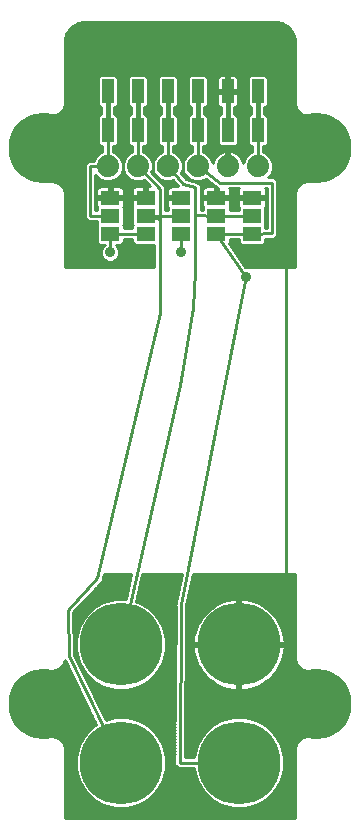
<source format=gbl>
G75*
%MOIN*%
%OFA0B0*%
%FSLAX24Y24*%
%IPPOS*%
%LPD*%
%AMOC8*
5,1,8,0,0,1.08239X$1,22.5*
%
%ADD10C,0.2756*%
%ADD11C,0.0740*%
%ADD12C,0.0160*%
%ADD13R,0.0394X0.0787*%
%ADD14R,0.0630X0.0460*%
%ADD15OC8,0.0660*%
%ADD16C,0.0100*%
%ADD17C,0.2362*%
%ADD18C,0.0357*%
D10*
X004874Y003300D03*
X004874Y007237D03*
X008811Y007237D03*
X008811Y003300D03*
D11*
X008441Y023181D03*
X007441Y023181D03*
X006441Y023181D03*
X005441Y023181D03*
X004441Y023181D03*
X009441Y023181D03*
D12*
X009441Y024532D02*
X009441Y025532D01*
X008441Y025532D02*
X008441Y024532D01*
X007441Y024532D02*
X007441Y025532D01*
X006441Y025532D02*
X006441Y024532D01*
X005441Y024532D02*
X005441Y025532D01*
X004441Y025532D02*
X004441Y024532D01*
D13*
X004441Y024382D03*
X004441Y025681D03*
X005441Y025681D03*
X005441Y024382D03*
X006441Y024382D03*
X006441Y025681D03*
X007441Y025681D03*
X007441Y024382D03*
X008441Y024382D03*
X008441Y025681D03*
X009441Y025681D03*
X009441Y024382D03*
D14*
X009244Y022128D03*
X009244Y021528D03*
X009244Y020928D03*
X008063Y020928D03*
X008063Y021528D03*
X008063Y022128D03*
X006882Y022128D03*
X006882Y021528D03*
X006882Y020928D03*
X005701Y020928D03*
X005701Y021528D03*
X005701Y022128D03*
X004520Y022128D03*
X004520Y021528D03*
X004520Y020928D03*
D15*
X006422Y023181D03*
X007422Y023181D03*
D16*
X001661Y004415D02*
X001904Y004275D01*
X002175Y004203D01*
X002315Y004193D01*
X002612Y004193D01*
X002795Y004117D01*
X002936Y003977D01*
X003012Y003793D01*
X003012Y001437D01*
X010674Y001437D01*
X010674Y003793D01*
X010750Y003977D01*
X010890Y004117D01*
X011074Y004193D01*
X011370Y004193D01*
X011511Y004203D01*
X011782Y004275D01*
X012025Y004415D01*
X012223Y004614D01*
X012363Y004857D01*
X012436Y005128D01*
X012436Y005408D01*
X012363Y005679D01*
X012223Y005922D01*
X012025Y006121D01*
X011782Y006261D01*
X011511Y006334D01*
X011370Y006343D01*
X011074Y006343D01*
X010890Y006419D01*
X010750Y006560D01*
X010674Y006743D01*
X010674Y009599D01*
X007269Y009599D01*
X007062Y008557D01*
X007024Y003480D01*
X007303Y003480D01*
X007303Y003498D01*
X007406Y003882D01*
X007605Y004226D01*
X007886Y004506D01*
X008229Y004705D01*
X008613Y004808D01*
X009010Y004808D01*
X009393Y004705D01*
X009737Y004506D01*
X010018Y004226D01*
X010217Y003882D01*
X010319Y003498D01*
X010319Y003101D01*
X010217Y002718D01*
X010018Y002374D01*
X009737Y002093D01*
X009393Y001894D01*
X009010Y001792D01*
X008613Y001792D01*
X008229Y001894D01*
X007886Y002093D01*
X007605Y002374D01*
X007406Y002718D01*
X007303Y003101D01*
X007303Y003120D01*
X006917Y003120D01*
X006916Y003119D01*
X006842Y003120D01*
X006768Y003120D01*
X006768Y003120D01*
X006767Y003120D01*
X006715Y003173D01*
X006663Y003225D01*
X006663Y003226D01*
X006662Y003226D01*
X006663Y003300D01*
X006663Y003374D01*
X006663Y003375D01*
X006702Y008521D01*
X006691Y008537D01*
X006702Y008594D01*
X006703Y008651D01*
X006717Y008665D01*
X006902Y009599D01*
X005596Y009599D01*
X005383Y008662D01*
X005456Y008642D01*
X005800Y008443D01*
X006081Y008163D01*
X006280Y007819D01*
X006382Y007435D01*
X006382Y007038D01*
X006280Y006655D01*
X006081Y006311D01*
X005800Y006030D01*
X005456Y005831D01*
X005073Y005729D01*
X004676Y005729D01*
X004292Y005831D01*
X003949Y006030D01*
X003668Y006311D01*
X003469Y006655D01*
X003366Y007038D01*
X003366Y007435D01*
X003469Y007819D01*
X003668Y008163D01*
X003949Y008443D01*
X004292Y008642D01*
X004676Y008745D01*
X005033Y008745D01*
X005227Y009599D01*
X004309Y009599D01*
X004268Y009424D01*
X004270Y009374D01*
X004251Y009354D01*
X004245Y009327D01*
X004202Y009301D01*
X003285Y008310D01*
X003321Y006887D01*
X004377Y004727D01*
X004676Y004808D01*
X005073Y004808D01*
X005456Y004705D01*
X005800Y004506D01*
X006081Y004226D01*
X006280Y003882D01*
X006382Y003498D01*
X006382Y003101D01*
X006280Y002718D01*
X006081Y002374D01*
X005800Y002093D01*
X005456Y001894D01*
X005073Y001792D01*
X004676Y001792D01*
X004292Y001894D01*
X003949Y002093D01*
X003668Y002374D01*
X003469Y002718D01*
X003366Y003101D01*
X003366Y003498D01*
X003469Y003882D01*
X003668Y004226D01*
X003949Y004506D01*
X004054Y004567D01*
X003002Y006719D01*
X002936Y006560D01*
X002795Y006419D01*
X002612Y006343D01*
X002315Y006343D01*
X002175Y006334D01*
X001904Y006261D01*
X001661Y006121D01*
X001463Y005922D01*
X001322Y005679D01*
X001250Y005408D01*
X001250Y005128D01*
X001322Y004857D01*
X001463Y004614D01*
X001661Y004415D01*
X001714Y004385D02*
X003827Y004385D01*
X003729Y004286D02*
X001884Y004286D01*
X001593Y004483D02*
X003926Y004483D01*
X004047Y004582D02*
X001495Y004582D01*
X001424Y004680D02*
X003999Y004680D01*
X003951Y004779D02*
X001367Y004779D01*
X001317Y004877D02*
X003903Y004877D01*
X003855Y004976D02*
X001290Y004976D01*
X001264Y005074D02*
X003806Y005074D01*
X003758Y005173D02*
X001250Y005173D01*
X001250Y005271D02*
X003710Y005271D01*
X003662Y005370D02*
X001250Y005370D01*
X001266Y005468D02*
X003614Y005468D01*
X003566Y005567D02*
X001292Y005567D01*
X001319Y005665D02*
X003517Y005665D01*
X003469Y005764D02*
X001371Y005764D01*
X001428Y005862D02*
X003421Y005862D01*
X003373Y005961D02*
X001501Y005961D01*
X001600Y006059D02*
X003325Y006059D01*
X003277Y006158D02*
X001725Y006158D01*
X001896Y006256D02*
X003228Y006256D01*
X003180Y006355D02*
X002641Y006355D01*
X002830Y006453D02*
X003132Y006453D01*
X003084Y006552D02*
X002928Y006552D01*
X002974Y006650D02*
X003036Y006650D01*
X003142Y006843D02*
X003103Y008378D01*
X004087Y009441D01*
X006174Y018300D01*
X006174Y021410D01*
X005701Y021528D01*
X006882Y021528D01*
X006832Y022078D02*
X006417Y022078D01*
X006417Y021878D01*
X006428Y021840D01*
X006441Y021816D01*
X006437Y021812D01*
X006437Y021708D01*
X006354Y021708D01*
X006354Y022433D01*
X006354Y022506D01*
X006354Y022507D01*
X006354Y022508D01*
X006302Y022560D01*
X005897Y022974D01*
X005941Y023082D01*
X005941Y023281D01*
X005865Y023465D01*
X005725Y023605D01*
X005621Y023648D01*
X005621Y023859D01*
X005692Y023859D01*
X005768Y023935D01*
X005768Y024830D01*
X005692Y024906D01*
X005651Y024906D01*
X005651Y025158D01*
X005692Y025158D01*
X005768Y025234D01*
X005768Y026129D01*
X005692Y026205D01*
X005191Y026205D01*
X005114Y026129D01*
X005114Y025234D01*
X005191Y025158D01*
X005231Y025158D01*
X005231Y024906D01*
X005191Y024906D01*
X005114Y024830D01*
X005114Y023935D01*
X005191Y023859D01*
X005261Y023859D01*
X005261Y023648D01*
X005158Y023605D01*
X005017Y023465D01*
X004941Y023281D01*
X004865Y023465D01*
X004725Y023605D01*
X004621Y023648D01*
X004621Y023859D01*
X004692Y023859D01*
X004768Y023935D01*
X004768Y024830D01*
X004692Y024906D01*
X004651Y024906D01*
X004651Y025158D01*
X004692Y025158D01*
X004768Y025234D01*
X004768Y026129D01*
X004692Y026205D01*
X004191Y026205D01*
X004114Y026129D01*
X004114Y025234D01*
X004191Y025158D01*
X004231Y025158D01*
X004231Y024906D01*
X004191Y024906D01*
X004114Y024830D01*
X004114Y023935D01*
X004191Y023859D01*
X004261Y023859D01*
X004261Y023648D01*
X004158Y023605D01*
X004017Y023465D01*
X003975Y023361D01*
X003776Y023361D01*
X003671Y023256D01*
X003671Y021453D01*
X003776Y021348D01*
X004075Y021348D01*
X004075Y021244D01*
X004091Y021228D01*
X004075Y021212D01*
X004075Y020644D01*
X004151Y020568D01*
X004340Y020568D01*
X004340Y020564D01*
X004259Y020482D01*
X004212Y020369D01*
X004212Y020246D01*
X004259Y020133D01*
X004345Y020046D01*
X004459Y019999D01*
X004581Y019999D01*
X004695Y020046D01*
X004782Y020133D01*
X004829Y020246D01*
X004829Y020369D01*
X004782Y020482D01*
X004700Y020564D01*
X004700Y020568D01*
X004889Y020568D01*
X004965Y020644D01*
X004965Y020748D01*
X005256Y020748D01*
X005256Y020644D01*
X005332Y020568D01*
X005994Y020568D01*
X005994Y019835D01*
X003012Y019835D01*
X003012Y022297D01*
X002936Y022480D01*
X002795Y022621D01*
X002612Y022697D01*
X002315Y022697D01*
X002175Y022706D01*
X001904Y022779D01*
X001661Y022919D01*
X001463Y023118D01*
X001322Y023361D01*
X001250Y023632D01*
X001250Y023912D01*
X001322Y024183D01*
X001463Y024426D01*
X001661Y024625D01*
X001904Y024765D01*
X002175Y024838D01*
X002315Y024847D01*
X002612Y024847D01*
X002795Y024923D01*
X002936Y025064D01*
X003012Y025247D01*
X003012Y027315D01*
X003018Y027404D01*
X003064Y027576D01*
X003153Y027730D01*
X003279Y027856D01*
X003433Y027945D01*
X003604Y027991D01*
X003693Y027996D01*
X009993Y027996D01*
X010081Y027991D01*
X010253Y027945D01*
X010407Y027856D01*
X010533Y027730D01*
X010622Y027576D01*
X010668Y027404D01*
X010674Y027315D01*
X010674Y025247D01*
X010750Y025064D01*
X010890Y024923D01*
X011074Y024847D01*
X011370Y024847D01*
X011511Y024838D01*
X011782Y024765D01*
X012025Y024625D01*
X012223Y024426D01*
X012363Y024183D01*
X012436Y023912D01*
X012436Y023632D01*
X012363Y023361D01*
X012223Y023118D01*
X012025Y022919D01*
X011782Y022779D01*
X011511Y022706D01*
X011370Y022697D01*
X011074Y022697D01*
X010890Y022621D01*
X010750Y022480D01*
X010674Y022297D01*
X010674Y019835D01*
X009024Y019835D01*
X008488Y020624D01*
X008508Y020644D01*
X008508Y020748D01*
X008799Y020748D01*
X008799Y020644D01*
X008876Y020568D01*
X009613Y020568D01*
X009689Y020644D01*
X009689Y020754D01*
X009915Y020757D01*
X009988Y020757D01*
X009989Y020758D01*
X009991Y020758D01*
X010042Y020811D01*
X010094Y020863D01*
X010094Y020864D01*
X010095Y020865D01*
X010094Y020939D01*
X010094Y022705D01*
X009988Y022810D01*
X009777Y022810D01*
X009865Y022898D01*
X009941Y023082D01*
X009941Y023281D01*
X009865Y023465D01*
X009725Y023605D01*
X009621Y023648D01*
X009621Y023859D01*
X009692Y023859D01*
X009768Y023935D01*
X009768Y024830D01*
X009692Y024906D01*
X009651Y024906D01*
X009651Y025158D01*
X009692Y025158D01*
X009768Y025234D01*
X009768Y026129D01*
X009692Y026205D01*
X009191Y026205D01*
X009114Y026129D01*
X009114Y025234D01*
X009191Y025158D01*
X009231Y025158D01*
X009231Y024906D01*
X009191Y024906D01*
X009114Y024830D01*
X009114Y023935D01*
X009191Y023859D01*
X009261Y023859D01*
X009261Y023648D01*
X009158Y023605D01*
X009017Y023465D01*
X008949Y023300D01*
X008949Y023303D01*
X008923Y023381D01*
X008886Y023454D01*
X008838Y023520D01*
X008780Y023578D01*
X008714Y023626D01*
X008641Y023663D01*
X008563Y023689D01*
X008491Y023700D01*
X008491Y023232D01*
X008391Y023232D01*
X008391Y023700D01*
X008320Y023689D01*
X008242Y023663D01*
X008169Y023626D01*
X008103Y023578D01*
X008045Y023520D01*
X007997Y023454D01*
X007959Y023381D01*
X007934Y023303D01*
X007934Y023300D01*
X007865Y023465D01*
X007725Y023605D01*
X007621Y023648D01*
X007621Y023859D01*
X007692Y023859D01*
X007768Y023935D01*
X007768Y024830D01*
X007692Y024906D01*
X007651Y024906D01*
X007651Y025158D01*
X007692Y025158D01*
X007768Y025234D01*
X007768Y026129D01*
X007692Y026205D01*
X007191Y026205D01*
X007114Y026129D01*
X007114Y025234D01*
X007191Y025158D01*
X007231Y025158D01*
X007231Y024906D01*
X007191Y024906D01*
X007114Y024830D01*
X007114Y023935D01*
X007191Y023859D01*
X007261Y023859D01*
X007261Y023648D01*
X007245Y023641D01*
X007231Y023641D01*
X007221Y023631D01*
X007158Y023605D01*
X007017Y023465D01*
X006991Y023402D01*
X006962Y023372D01*
X006962Y023330D01*
X006941Y023281D01*
X006865Y023465D01*
X006725Y023605D01*
X006621Y023648D01*
X006621Y023859D01*
X006692Y023859D01*
X006768Y023935D01*
X006768Y024830D01*
X006692Y024906D01*
X006651Y024906D01*
X006651Y025158D01*
X006692Y025158D01*
X006768Y025234D01*
X006768Y026129D01*
X006692Y026205D01*
X006191Y026205D01*
X006114Y026129D01*
X006114Y025234D01*
X006191Y025158D01*
X006231Y025158D01*
X006231Y024906D01*
X006191Y024906D01*
X006114Y024830D01*
X006114Y023935D01*
X006191Y023859D01*
X006261Y023859D01*
X006261Y023648D01*
X006245Y023641D01*
X006231Y023641D01*
X006221Y023631D01*
X006158Y023605D01*
X006017Y023465D01*
X005991Y023402D01*
X005962Y023372D01*
X005962Y023330D01*
X005941Y023281D01*
X005941Y023082D01*
X005962Y023033D01*
X005962Y022991D01*
X005991Y022961D01*
X006017Y022898D01*
X006158Y022758D01*
X006221Y022732D01*
X006231Y022721D01*
X006245Y022721D01*
X006342Y022681D01*
X006541Y022681D01*
X006615Y022712D01*
X006794Y022508D01*
X006548Y022508D01*
X006509Y022498D01*
X006475Y022478D01*
X006447Y022450D01*
X006428Y022416D01*
X006417Y022378D01*
X006417Y022178D01*
X006832Y022178D01*
X006832Y022078D01*
X006832Y022115D02*
X006354Y022115D01*
X006354Y022213D02*
X006417Y022213D01*
X006417Y022312D02*
X006354Y022312D01*
X006354Y022410D02*
X006426Y022410D01*
X006353Y022509D02*
X006793Y022509D01*
X006707Y022607D02*
X006255Y022607D01*
X006283Y022706D02*
X006159Y022706D01*
X006111Y022804D02*
X006062Y022804D01*
X006016Y022903D02*
X005966Y022903D01*
X005962Y023001D02*
X005908Y023001D01*
X005941Y023100D02*
X005941Y023100D01*
X005941Y023198D02*
X005941Y023198D01*
X005935Y023297D02*
X005948Y023297D01*
X005985Y023395D02*
X005894Y023395D01*
X005836Y023494D02*
X006047Y023494D01*
X006145Y023592D02*
X005737Y023592D01*
X005621Y023691D02*
X006261Y023691D01*
X006261Y023789D02*
X005621Y023789D01*
X005721Y023888D02*
X006161Y023888D01*
X006114Y023986D02*
X005768Y023986D01*
X005768Y024085D02*
X006114Y024085D01*
X006114Y024183D02*
X005768Y024183D01*
X005768Y024282D02*
X006114Y024282D01*
X006114Y024380D02*
X005768Y024380D01*
X005768Y024479D02*
X006114Y024479D01*
X006114Y024577D02*
X005768Y024577D01*
X005768Y024676D02*
X006114Y024676D01*
X006114Y024774D02*
X005768Y024774D01*
X005725Y024873D02*
X006158Y024873D01*
X006231Y024971D02*
X005651Y024971D01*
X005651Y025070D02*
X006231Y025070D01*
X006180Y025168D02*
X005703Y025168D01*
X005768Y025267D02*
X006114Y025267D01*
X006114Y025365D02*
X005768Y025365D01*
X005768Y025464D02*
X006114Y025464D01*
X006114Y025562D02*
X005768Y025562D01*
X005768Y025661D02*
X006114Y025661D01*
X006114Y025759D02*
X005768Y025759D01*
X005768Y025858D02*
X006114Y025858D01*
X006114Y025956D02*
X005768Y025956D01*
X005768Y026055D02*
X006114Y026055D01*
X006139Y026153D02*
X005744Y026153D01*
X005231Y025070D02*
X004651Y025070D01*
X004651Y024971D02*
X005231Y024971D01*
X005158Y024873D02*
X004725Y024873D01*
X004768Y024774D02*
X005114Y024774D01*
X005114Y024676D02*
X004768Y024676D01*
X004768Y024577D02*
X005114Y024577D01*
X005114Y024479D02*
X004768Y024479D01*
X004768Y024380D02*
X005114Y024380D01*
X005114Y024282D02*
X004768Y024282D01*
X004768Y024183D02*
X005114Y024183D01*
X005114Y024085D02*
X004768Y024085D01*
X004768Y023986D02*
X005114Y023986D01*
X005161Y023888D02*
X004721Y023888D01*
X004621Y023789D02*
X005261Y023789D01*
X005261Y023691D02*
X004621Y023691D01*
X004737Y023592D02*
X005145Y023592D01*
X005047Y023494D02*
X004836Y023494D01*
X004894Y023395D02*
X004989Y023395D01*
X004948Y023297D02*
X004935Y023297D01*
X004941Y023281D02*
X004941Y023082D01*
X004865Y022898D01*
X004725Y022758D01*
X004541Y022681D01*
X004342Y022681D01*
X004158Y022758D01*
X004031Y022885D01*
X004031Y021708D01*
X004075Y021708D01*
X004075Y021812D01*
X004079Y021816D01*
X004065Y021840D01*
X004055Y021878D01*
X004055Y022078D01*
X004470Y022078D01*
X004470Y022178D01*
X004055Y022178D01*
X004055Y022378D01*
X004065Y022416D01*
X004085Y022450D01*
X004113Y022478D01*
X004147Y022498D01*
X004185Y022508D01*
X004470Y022508D01*
X004470Y022178D01*
X004570Y022178D01*
X004570Y022508D01*
X004855Y022508D01*
X004893Y022498D01*
X004927Y022478D01*
X004955Y022450D01*
X004975Y022416D01*
X004985Y022378D01*
X004985Y022178D01*
X004570Y022178D01*
X004570Y022078D01*
X004985Y022078D01*
X004985Y021878D01*
X004975Y021840D01*
X004961Y021816D01*
X004965Y021812D01*
X004965Y021244D01*
X004949Y021228D01*
X004965Y021212D01*
X004965Y021108D01*
X005256Y021108D01*
X005256Y021212D01*
X005272Y021228D01*
X005256Y021244D01*
X005256Y021812D01*
X005260Y021816D01*
X005246Y021840D01*
X005236Y021878D01*
X005236Y022078D01*
X005651Y022078D01*
X005651Y022178D01*
X005236Y022178D01*
X005236Y022378D01*
X005246Y022416D01*
X005266Y022450D01*
X005294Y022478D01*
X005328Y022498D01*
X005366Y022508D01*
X005651Y022508D01*
X005651Y022178D01*
X005751Y022178D01*
X005751Y022508D01*
X005849Y022508D01*
X005639Y022722D01*
X005541Y022681D01*
X005342Y022681D01*
X005158Y022758D01*
X005017Y022898D01*
X004941Y023082D01*
X004941Y023281D01*
X004941Y023198D02*
X004941Y023198D01*
X004941Y023100D02*
X004941Y023100D01*
X004908Y023001D02*
X004975Y023001D01*
X005016Y022903D02*
X004867Y022903D01*
X004771Y022804D02*
X005111Y022804D01*
X005283Y022706D02*
X004600Y022706D01*
X004570Y022410D02*
X004470Y022410D01*
X004470Y022312D02*
X004570Y022312D01*
X004570Y022213D02*
X004470Y022213D01*
X004470Y022115D02*
X004031Y022115D01*
X004031Y022213D02*
X004055Y022213D01*
X004055Y022312D02*
X004031Y022312D01*
X004031Y022410D02*
X004064Y022410D01*
X004031Y022509D02*
X005848Y022509D01*
X005751Y022607D02*
X004031Y022607D01*
X004031Y022706D02*
X004283Y022706D01*
X004111Y022804D02*
X004031Y022804D01*
X003851Y023181D02*
X004441Y023181D01*
X004441Y025681D01*
X004114Y025661D02*
X003012Y025661D01*
X003012Y025759D02*
X004114Y025759D01*
X004114Y025858D02*
X003012Y025858D01*
X003012Y025956D02*
X004114Y025956D01*
X004114Y026055D02*
X003012Y026055D01*
X003012Y026153D02*
X004139Y026153D01*
X004114Y025562D02*
X003012Y025562D01*
X003012Y025464D02*
X004114Y025464D01*
X004114Y025365D02*
X003012Y025365D01*
X003012Y025267D02*
X004114Y025267D01*
X004180Y025168D02*
X002980Y025168D01*
X002939Y025070D02*
X004231Y025070D01*
X004231Y024971D02*
X002844Y024971D01*
X002675Y024873D02*
X004158Y024873D01*
X004114Y024774D02*
X001939Y024774D01*
X001750Y024676D02*
X004114Y024676D01*
X004114Y024577D02*
X001614Y024577D01*
X001515Y024479D02*
X004114Y024479D01*
X004114Y024380D02*
X001436Y024380D01*
X001379Y024282D02*
X004114Y024282D01*
X004114Y024183D02*
X001322Y024183D01*
X001296Y024085D02*
X004114Y024085D01*
X004114Y023986D02*
X001270Y023986D01*
X001250Y023888D02*
X004161Y023888D01*
X004261Y023789D02*
X001250Y023789D01*
X001250Y023691D02*
X004261Y023691D01*
X004145Y023592D02*
X001260Y023592D01*
X001287Y023494D02*
X004047Y023494D01*
X003989Y023395D02*
X001313Y023395D01*
X001359Y023297D02*
X003712Y023297D01*
X003671Y023198D02*
X001416Y023198D01*
X001480Y023100D02*
X003671Y023100D01*
X003671Y023001D02*
X001579Y023001D01*
X001689Y022903D02*
X003671Y022903D01*
X003671Y022804D02*
X001860Y022804D01*
X002182Y022706D02*
X003671Y022706D01*
X003671Y022607D02*
X002809Y022607D01*
X002908Y022509D02*
X003671Y022509D01*
X003671Y022410D02*
X002965Y022410D01*
X003006Y022312D02*
X003671Y022312D01*
X003671Y022213D02*
X003012Y022213D01*
X003012Y022115D02*
X003671Y022115D01*
X003671Y022016D02*
X003012Y022016D01*
X003012Y021918D02*
X003671Y021918D01*
X003671Y021819D02*
X003012Y021819D01*
X003012Y021721D02*
X003671Y021721D01*
X003671Y021622D02*
X003012Y021622D01*
X003012Y021524D02*
X003671Y021524D01*
X003699Y021425D02*
X003012Y021425D01*
X003012Y021327D02*
X004075Y021327D01*
X004091Y021228D02*
X003012Y021228D01*
X003012Y021130D02*
X004075Y021130D01*
X004075Y021031D02*
X003012Y021031D01*
X003012Y020933D02*
X004075Y020933D01*
X004075Y020834D02*
X003012Y020834D01*
X003012Y020736D02*
X004075Y020736D01*
X004082Y020637D02*
X003012Y020637D01*
X003012Y020539D02*
X004315Y020539D01*
X004241Y020440D02*
X003012Y020440D01*
X003012Y020342D02*
X004212Y020342D01*
X004213Y020243D02*
X003012Y020243D01*
X003012Y020145D02*
X004254Y020145D01*
X004345Y020046D02*
X003012Y020046D01*
X003012Y019948D02*
X005994Y019948D01*
X005994Y020046D02*
X004695Y020046D01*
X004787Y020145D02*
X005994Y020145D01*
X005994Y020243D02*
X004827Y020243D01*
X004829Y020342D02*
X005994Y020342D01*
X005994Y020440D02*
X004799Y020440D01*
X004725Y020539D02*
X005994Y020539D01*
X005701Y020928D02*
X004520Y020928D01*
X004520Y020307D01*
X004958Y020637D02*
X005263Y020637D01*
X005256Y020736D02*
X004965Y020736D01*
X004965Y021130D02*
X005256Y021130D01*
X005272Y021228D02*
X004949Y021228D01*
X004965Y021327D02*
X005256Y021327D01*
X005256Y021425D02*
X004965Y021425D01*
X004965Y021524D02*
X005256Y021524D01*
X005256Y021622D02*
X004965Y021622D01*
X004965Y021721D02*
X005256Y021721D01*
X005258Y021819D02*
X004963Y021819D01*
X004985Y021918D02*
X005236Y021918D01*
X005236Y022016D02*
X004985Y022016D01*
X004985Y022213D02*
X005236Y022213D01*
X005236Y022312D02*
X004985Y022312D01*
X004976Y022410D02*
X005245Y022410D01*
X005600Y022706D02*
X005655Y022706D01*
X005651Y022410D02*
X005751Y022410D01*
X005751Y022312D02*
X005651Y022312D01*
X005651Y022213D02*
X005751Y022213D01*
X005651Y022115D02*
X004570Y022115D01*
X004520Y021528D02*
X003851Y021528D01*
X003851Y023181D01*
X004031Y022016D02*
X004055Y022016D01*
X004055Y021918D02*
X004031Y021918D01*
X004031Y021819D02*
X004077Y021819D01*
X004075Y021721D02*
X004031Y021721D01*
X003012Y019849D02*
X005994Y019849D01*
X006174Y021410D02*
X006174Y022433D01*
X005441Y023181D01*
X005441Y024382D01*
X005180Y025168D02*
X004703Y025168D01*
X004768Y025267D02*
X005114Y025267D01*
X005114Y025365D02*
X004768Y025365D01*
X004768Y025464D02*
X005114Y025464D01*
X005114Y025562D02*
X004768Y025562D01*
X004768Y025661D02*
X005114Y025661D01*
X005114Y025759D02*
X004768Y025759D01*
X004768Y025858D02*
X005114Y025858D01*
X005114Y025956D02*
X004768Y025956D01*
X004768Y026055D02*
X005114Y026055D01*
X005139Y026153D02*
X004744Y026153D01*
X003401Y027926D02*
X010285Y027926D01*
X010435Y027828D02*
X003251Y027828D01*
X003153Y027729D02*
X010533Y027729D01*
X010590Y027631D02*
X003096Y027631D01*
X003052Y027532D02*
X010633Y027532D01*
X010660Y027434D02*
X003026Y027434D01*
X003014Y027335D02*
X010672Y027335D01*
X010674Y027237D02*
X003012Y027237D01*
X003012Y027138D02*
X010674Y027138D01*
X010674Y027040D02*
X003012Y027040D01*
X003012Y026941D02*
X010674Y026941D01*
X010674Y026843D02*
X003012Y026843D01*
X003012Y026744D02*
X010674Y026744D01*
X010674Y026646D02*
X003012Y026646D01*
X003012Y026547D02*
X010674Y026547D01*
X010674Y026449D02*
X003012Y026449D01*
X003012Y026350D02*
X010674Y026350D01*
X010674Y026252D02*
X003012Y026252D01*
X006441Y025681D02*
X006441Y023181D01*
X006422Y023181D01*
X006441Y023181D02*
X006961Y022591D01*
X007355Y022473D01*
X007355Y021546D01*
X008063Y021528D01*
X009244Y021528D01*
X009194Y022078D02*
X008779Y022078D01*
X008779Y021878D01*
X008790Y021840D01*
X008804Y021816D01*
X008799Y021812D01*
X008799Y021708D01*
X008508Y021708D01*
X008508Y021812D01*
X008504Y021816D01*
X008518Y021840D01*
X008528Y021878D01*
X008528Y022078D01*
X008113Y022078D01*
X008113Y022178D01*
X008013Y022178D01*
X008013Y022078D01*
X007598Y022078D01*
X007598Y021878D01*
X007609Y021840D01*
X007623Y021816D01*
X007618Y021812D01*
X007618Y021719D01*
X007535Y021721D01*
X007535Y022446D01*
X007549Y022493D01*
X007535Y022518D01*
X007535Y022547D01*
X007501Y022581D01*
X007478Y022624D01*
X007450Y022632D01*
X007429Y022653D01*
X007381Y022653D01*
X007062Y022749D01*
X006886Y022949D01*
X006941Y023082D01*
X006941Y023281D01*
X006941Y023082D01*
X006962Y023033D01*
X006962Y022991D01*
X006991Y022961D01*
X007017Y022898D01*
X007158Y022758D01*
X007221Y022732D01*
X007231Y022721D01*
X007245Y022721D01*
X007342Y022681D01*
X007541Y022681D01*
X007715Y022754D01*
X008063Y022494D01*
X008107Y022450D01*
X008113Y022450D01*
X008113Y022178D01*
X008528Y022178D01*
X008528Y022378D01*
X008518Y022416D01*
X008498Y022450D01*
X008810Y022450D01*
X008809Y022450D01*
X008790Y022416D01*
X008779Y022378D01*
X008779Y022178D01*
X009194Y022178D01*
X009194Y022078D01*
X009194Y022115D02*
X008113Y022115D01*
X008113Y022213D02*
X008013Y022213D01*
X008013Y022178D02*
X008013Y022508D01*
X007729Y022508D01*
X007690Y022498D01*
X007656Y022478D01*
X007628Y022450D01*
X007609Y022416D01*
X007598Y022378D01*
X007598Y022178D01*
X008013Y022178D01*
X008013Y022115D02*
X007535Y022115D01*
X007535Y022213D02*
X007598Y022213D01*
X007598Y022312D02*
X007535Y022312D01*
X007535Y022410D02*
X007607Y022410D01*
X007540Y022509D02*
X008043Y022509D01*
X008013Y022410D02*
X008113Y022410D01*
X008113Y022312D02*
X008013Y022312D01*
X007911Y022607D02*
X007487Y022607D01*
X007600Y022706D02*
X007779Y022706D01*
X007894Y023395D02*
X007967Y023395D01*
X008026Y023494D02*
X007836Y023494D01*
X007737Y023592D02*
X008122Y023592D01*
X008191Y023859D02*
X008114Y023935D01*
X008114Y024830D01*
X008191Y024906D01*
X008231Y024906D01*
X008231Y025138D01*
X008225Y025138D01*
X008187Y025148D01*
X008152Y025168D01*
X008124Y025196D01*
X008105Y025230D01*
X008094Y025268D01*
X008094Y025633D01*
X008246Y025633D01*
X008342Y025730D01*
X008094Y025730D01*
X008094Y026095D01*
X008105Y026133D01*
X008124Y026167D01*
X008152Y026195D01*
X008187Y026215D01*
X008225Y026225D01*
X008393Y026225D01*
X008393Y025742D01*
X008490Y025742D01*
X008490Y026225D01*
X008658Y026225D01*
X008696Y026215D01*
X008730Y026195D01*
X008758Y026167D01*
X008778Y026133D01*
X008788Y026095D01*
X008788Y025730D01*
X008540Y025730D01*
X008637Y025633D01*
X008788Y025633D01*
X008788Y025268D01*
X008778Y025230D01*
X008758Y025196D01*
X008730Y025168D01*
X008696Y025148D01*
X008658Y025138D01*
X008651Y025138D01*
X008651Y024906D01*
X008692Y024906D01*
X008768Y024830D01*
X008768Y023935D01*
X008692Y023859D01*
X008191Y023859D01*
X008161Y023888D02*
X007721Y023888D01*
X007768Y023986D02*
X008114Y023986D01*
X008114Y024085D02*
X007768Y024085D01*
X007768Y024183D02*
X008114Y024183D01*
X008114Y024282D02*
X007768Y024282D01*
X007768Y024380D02*
X008114Y024380D01*
X008114Y024479D02*
X007768Y024479D01*
X007768Y024577D02*
X008114Y024577D01*
X008114Y024676D02*
X007768Y024676D01*
X007768Y024774D02*
X008114Y024774D01*
X008158Y024873D02*
X007725Y024873D01*
X007651Y024971D02*
X008231Y024971D01*
X008231Y025070D02*
X007651Y025070D01*
X007703Y025168D02*
X008152Y025168D01*
X008095Y025267D02*
X007768Y025267D01*
X007768Y025365D02*
X008094Y025365D01*
X008094Y025464D02*
X007768Y025464D01*
X007768Y025562D02*
X008094Y025562D01*
X008094Y025759D02*
X007768Y025759D01*
X007768Y025661D02*
X008273Y025661D01*
X008393Y025759D02*
X008490Y025759D01*
X008490Y025858D02*
X008393Y025858D01*
X008393Y025956D02*
X008490Y025956D01*
X008490Y026055D02*
X008393Y026055D01*
X008393Y026153D02*
X008490Y026153D01*
X008609Y025661D02*
X009114Y025661D01*
X009114Y025759D02*
X008788Y025759D01*
X008788Y025858D02*
X009114Y025858D01*
X009114Y025956D02*
X008788Y025956D01*
X008788Y026055D02*
X009114Y026055D01*
X009139Y026153D02*
X008766Y026153D01*
X008788Y025562D02*
X009114Y025562D01*
X009114Y025464D02*
X008788Y025464D01*
X008788Y025365D02*
X009114Y025365D01*
X009114Y025267D02*
X008788Y025267D01*
X008731Y025168D02*
X009180Y025168D01*
X009231Y025070D02*
X008651Y025070D01*
X008651Y024971D02*
X009231Y024971D01*
X009158Y024873D02*
X008725Y024873D01*
X008768Y024774D02*
X009114Y024774D01*
X009114Y024676D02*
X008768Y024676D01*
X008768Y024577D02*
X009114Y024577D01*
X009114Y024479D02*
X008768Y024479D01*
X008768Y024380D02*
X009114Y024380D01*
X009114Y024282D02*
X008768Y024282D01*
X008768Y024183D02*
X009114Y024183D01*
X009114Y024085D02*
X008768Y024085D01*
X008768Y023986D02*
X009114Y023986D01*
X009161Y023888D02*
X008721Y023888D01*
X008549Y023691D02*
X009261Y023691D01*
X009261Y023789D02*
X007621Y023789D01*
X007621Y023691D02*
X008334Y023691D01*
X008391Y023691D02*
X008491Y023691D01*
X008491Y023592D02*
X008391Y023592D01*
X008391Y023494D02*
X008491Y023494D01*
X008491Y023395D02*
X008391Y023395D01*
X008391Y023297D02*
X008491Y023297D01*
X008760Y023592D02*
X009145Y023592D01*
X009047Y023494D02*
X008857Y023494D01*
X008916Y023395D02*
X008989Y023395D01*
X008788Y022410D02*
X008520Y022410D01*
X008498Y022450D02*
X008498Y022450D01*
X008528Y022312D02*
X008779Y022312D01*
X008779Y022213D02*
X008528Y022213D01*
X008528Y022016D02*
X008779Y022016D01*
X008779Y021918D02*
X008528Y021918D01*
X008506Y021819D02*
X008802Y021819D01*
X008799Y021721D02*
X008508Y021721D01*
X008063Y020928D02*
X009048Y019481D01*
X008991Y019177D01*
X006882Y008575D01*
X006843Y003300D01*
X008811Y003300D01*
X008187Y004680D02*
X007033Y004680D01*
X007032Y004582D02*
X008017Y004582D01*
X007863Y004483D02*
X007032Y004483D01*
X007031Y004385D02*
X007764Y004385D01*
X007666Y004286D02*
X007030Y004286D01*
X007030Y004188D02*
X007583Y004188D01*
X007526Y004089D02*
X007029Y004089D01*
X007028Y003991D02*
X007469Y003991D01*
X007412Y003892D02*
X007027Y003892D01*
X007027Y003794D02*
X007383Y003794D01*
X007356Y003695D02*
X007026Y003695D01*
X007025Y003597D02*
X007330Y003597D01*
X007304Y003498D02*
X007024Y003498D01*
X006664Y003498D02*
X006382Y003498D01*
X006382Y003400D02*
X006664Y003400D01*
X006663Y003301D02*
X006382Y003301D01*
X006382Y003203D02*
X006685Y003203D01*
X006382Y003104D02*
X007303Y003104D01*
X007329Y003006D02*
X006357Y003006D01*
X006330Y002907D02*
X007355Y002907D01*
X007382Y002809D02*
X006304Y002809D01*
X006275Y002710D02*
X007410Y002710D01*
X007467Y002612D02*
X006219Y002612D01*
X006162Y002513D02*
X007524Y002513D01*
X007581Y002415D02*
X006105Y002415D01*
X006024Y002316D02*
X007662Y002316D01*
X007761Y002218D02*
X005925Y002218D01*
X005827Y002119D02*
X007859Y002119D01*
X008010Y002021D02*
X005676Y002021D01*
X005505Y001922D02*
X008181Y001922D01*
X008493Y001824D02*
X005193Y001824D01*
X004556Y001824D02*
X003012Y001824D01*
X003012Y001922D02*
X004244Y001922D01*
X004073Y002021D02*
X003012Y002021D01*
X003012Y002119D02*
X003922Y002119D01*
X003824Y002218D02*
X003012Y002218D01*
X003012Y002316D02*
X003725Y002316D01*
X003644Y002415D02*
X003012Y002415D01*
X003012Y002513D02*
X003587Y002513D01*
X003530Y002612D02*
X003012Y002612D01*
X003012Y002710D02*
X003473Y002710D01*
X003445Y002809D02*
X003012Y002809D01*
X003012Y002907D02*
X003418Y002907D01*
X003392Y003006D02*
X003012Y003006D01*
X003012Y003104D02*
X003366Y003104D01*
X003366Y003203D02*
X003012Y003203D01*
X003012Y003301D02*
X003366Y003301D01*
X003366Y003400D02*
X003012Y003400D01*
X003012Y003498D02*
X003367Y003498D01*
X003393Y003597D02*
X003012Y003597D01*
X003012Y003695D02*
X003419Y003695D01*
X003446Y003794D02*
X003012Y003794D01*
X002971Y003892D02*
X003475Y003892D01*
X003532Y003991D02*
X002922Y003991D01*
X002823Y004089D02*
X003589Y004089D01*
X003646Y004188D02*
X002625Y004188D01*
X003629Y006256D02*
X003722Y006256D01*
X003677Y006158D02*
X003821Y006158D01*
X003726Y006059D02*
X003919Y006059D01*
X003774Y005961D02*
X004068Y005961D01*
X004239Y005862D02*
X003822Y005862D01*
X003870Y005764D02*
X004544Y005764D01*
X004111Y005271D02*
X006678Y005271D01*
X006677Y005173D02*
X004159Y005173D01*
X004207Y005074D02*
X006676Y005074D01*
X006675Y004976D02*
X004255Y004976D01*
X004303Y004877D02*
X006675Y004877D01*
X006674Y004779D02*
X005180Y004779D01*
X005499Y004680D02*
X006673Y004680D01*
X006672Y004582D02*
X005669Y004582D01*
X005823Y004483D02*
X006672Y004483D01*
X006671Y004385D02*
X005922Y004385D01*
X006020Y004286D02*
X006670Y004286D01*
X006670Y004188D02*
X006103Y004188D01*
X006160Y004089D02*
X006669Y004089D01*
X006668Y003991D02*
X006217Y003991D01*
X006273Y003892D02*
X006667Y003892D01*
X006667Y003794D02*
X006303Y003794D01*
X006330Y003695D02*
X006666Y003695D01*
X006665Y003597D02*
X006356Y003597D01*
X007034Y004779D02*
X008506Y004779D01*
X008587Y005723D02*
X008440Y005753D01*
X008296Y005796D01*
X008157Y005854D01*
X008025Y005924D01*
X007900Y006008D01*
X007784Y006103D01*
X007678Y006209D01*
X007583Y006325D01*
X007499Y006450D01*
X007428Y006583D01*
X007371Y006721D01*
X007327Y006865D01*
X007298Y007012D01*
X007283Y007162D01*
X007283Y007187D01*
X008761Y007187D01*
X008761Y007287D01*
X008761Y008765D01*
X008736Y008765D01*
X008587Y008750D01*
X008440Y008721D01*
X008296Y008677D01*
X008157Y008620D01*
X008025Y008549D01*
X007900Y008465D01*
X007784Y008370D01*
X007678Y008264D01*
X007583Y008148D01*
X007499Y008023D01*
X007428Y007891D01*
X007371Y007752D01*
X007327Y007608D01*
X007298Y007461D01*
X007283Y007312D01*
X007283Y007287D01*
X008761Y007287D01*
X008861Y007287D01*
X008861Y008765D01*
X008886Y008765D01*
X009036Y008750D01*
X009183Y008721D01*
X009327Y008677D01*
X009465Y008620D01*
X009598Y008549D01*
X009723Y008465D01*
X009839Y008370D01*
X009945Y008264D01*
X010040Y008148D01*
X010124Y008023D01*
X010194Y007891D01*
X010252Y007752D01*
X010295Y007608D01*
X010325Y007461D01*
X010339Y007312D01*
X010339Y007287D01*
X008861Y007287D01*
X008861Y007187D01*
X008861Y005709D01*
X008886Y005709D01*
X009036Y005723D01*
X009183Y005753D01*
X009327Y005796D01*
X009465Y005854D01*
X009598Y005924D01*
X009723Y006008D01*
X009839Y006103D01*
X009945Y006209D01*
X010040Y006325D01*
X010124Y006450D01*
X010194Y006583D01*
X010252Y006721D01*
X010295Y006865D01*
X010325Y007012D01*
X010339Y007162D01*
X010339Y007187D01*
X008861Y007187D01*
X008761Y007187D01*
X008761Y005709D01*
X008736Y005709D01*
X008587Y005723D01*
X008403Y005764D02*
X007041Y005764D01*
X007042Y005862D02*
X008141Y005862D01*
X007970Y005961D02*
X007043Y005961D01*
X007044Y006059D02*
X007837Y006059D01*
X007729Y006158D02*
X007044Y006158D01*
X007045Y006256D02*
X007639Y006256D01*
X007563Y006355D02*
X007046Y006355D01*
X007046Y006453D02*
X007498Y006453D01*
X007445Y006552D02*
X007047Y006552D01*
X007048Y006650D02*
X007400Y006650D01*
X007363Y006749D02*
X007049Y006749D01*
X007049Y006847D02*
X007333Y006847D01*
X007311Y006946D02*
X007050Y006946D01*
X007051Y007044D02*
X007295Y007044D01*
X007285Y007143D02*
X007052Y007143D01*
X007052Y007241D02*
X008761Y007241D01*
X008811Y007237D02*
X010386Y007237D01*
X010386Y020229D01*
X010674Y020243D02*
X008747Y020243D01*
X008814Y020145D02*
X010674Y020145D01*
X010674Y020046D02*
X008881Y020046D01*
X008948Y019948D02*
X010674Y019948D01*
X010674Y019849D02*
X009015Y019849D01*
X008680Y020342D02*
X010674Y020342D01*
X010674Y020440D02*
X008613Y020440D01*
X008546Y020539D02*
X010674Y020539D01*
X010674Y020637D02*
X009683Y020637D01*
X009689Y020736D02*
X010674Y020736D01*
X010674Y020834D02*
X010065Y020834D01*
X010094Y020933D02*
X010674Y020933D01*
X010674Y021031D02*
X010094Y021031D01*
X010094Y021130D02*
X010674Y021130D01*
X010674Y021228D02*
X010094Y021228D01*
X010094Y021327D02*
X010674Y021327D01*
X010674Y021425D02*
X010094Y021425D01*
X010094Y021524D02*
X010674Y021524D01*
X010674Y021622D02*
X010094Y021622D01*
X010094Y021721D02*
X010674Y021721D01*
X010674Y021819D02*
X010094Y021819D01*
X010094Y021918D02*
X010674Y021918D01*
X010674Y022016D02*
X010094Y022016D01*
X010094Y022115D02*
X010674Y022115D01*
X010674Y022213D02*
X010094Y022213D01*
X010094Y022312D02*
X010680Y022312D01*
X010721Y022410D02*
X010094Y022410D01*
X010094Y022509D02*
X010778Y022509D01*
X010877Y022607D02*
X010094Y022607D01*
X010093Y022706D02*
X011503Y022706D01*
X011826Y022804D02*
X009994Y022804D01*
X009867Y022903D02*
X011996Y022903D01*
X012107Y023001D02*
X009908Y023001D01*
X009941Y023100D02*
X012205Y023100D01*
X012270Y023198D02*
X009941Y023198D01*
X009935Y023297D02*
X012327Y023297D01*
X012373Y023395D02*
X009894Y023395D01*
X009836Y023494D02*
X012399Y023494D01*
X012426Y023592D02*
X009737Y023592D01*
X009621Y023691D02*
X012436Y023691D01*
X012436Y023789D02*
X009621Y023789D01*
X009721Y023888D02*
X012436Y023888D01*
X012416Y023986D02*
X009768Y023986D01*
X009768Y024085D02*
X012390Y024085D01*
X012363Y024183D02*
X009768Y024183D01*
X009768Y024282D02*
X012307Y024282D01*
X012250Y024380D02*
X009768Y024380D01*
X009768Y024479D02*
X012171Y024479D01*
X012072Y024577D02*
X009768Y024577D01*
X009768Y024676D02*
X011936Y024676D01*
X011747Y024774D02*
X009768Y024774D01*
X009725Y024873D02*
X011011Y024873D01*
X010842Y024971D02*
X009651Y024971D01*
X009651Y025070D02*
X010747Y025070D01*
X010706Y025168D02*
X009703Y025168D01*
X009768Y025267D02*
X010674Y025267D01*
X010674Y025365D02*
X009768Y025365D01*
X009768Y025464D02*
X010674Y025464D01*
X010674Y025562D02*
X009768Y025562D01*
X009768Y025661D02*
X010674Y025661D01*
X010674Y025759D02*
X009768Y025759D01*
X009768Y025858D02*
X010674Y025858D01*
X010674Y025956D02*
X009768Y025956D01*
X009768Y026055D02*
X010674Y026055D01*
X010674Y026153D02*
X009744Y026153D01*
X009441Y024382D02*
X009441Y023181D01*
X009679Y022450D02*
X009734Y022450D01*
X009734Y021115D01*
X009689Y021114D01*
X009689Y021212D01*
X009673Y021228D01*
X009689Y021244D01*
X009689Y021812D01*
X009685Y021816D01*
X009699Y021840D01*
X009709Y021878D01*
X009709Y022078D01*
X009294Y022078D01*
X009294Y022178D01*
X009709Y022178D01*
X009709Y022378D01*
X009699Y022416D01*
X009680Y022450D01*
X009679Y022450D01*
X009701Y022410D02*
X009734Y022410D01*
X009734Y022312D02*
X009709Y022312D01*
X009709Y022213D02*
X009734Y022213D01*
X009734Y022115D02*
X009294Y022115D01*
X009709Y022016D02*
X009734Y022016D01*
X009734Y021918D02*
X009709Y021918D01*
X009687Y021819D02*
X009734Y021819D01*
X009734Y021721D02*
X009689Y021721D01*
X009689Y021622D02*
X009734Y021622D01*
X009734Y021524D02*
X009689Y021524D01*
X009689Y021425D02*
X009734Y021425D01*
X009734Y021327D02*
X009689Y021327D01*
X009674Y021228D02*
X009734Y021228D01*
X009734Y021130D02*
X009689Y021130D01*
X009914Y020937D02*
X009244Y020928D01*
X008063Y020928D01*
X008508Y020736D02*
X008799Y020736D01*
X008806Y020637D02*
X008502Y020637D01*
X007618Y021721D02*
X007542Y021721D01*
X007535Y021819D02*
X007621Y021819D01*
X007598Y021918D02*
X007535Y021918D01*
X007535Y022016D02*
X007598Y022016D01*
X007355Y021546D02*
X007355Y019638D01*
X007276Y018457D01*
X006843Y015898D01*
X004874Y007237D01*
X004085Y008522D02*
X003481Y008522D01*
X003572Y008620D02*
X004255Y008620D01*
X004580Y008719D02*
X003663Y008719D01*
X003755Y008817D02*
X005049Y008817D01*
X005071Y008916D02*
X003846Y008916D01*
X003937Y009014D02*
X005094Y009014D01*
X005116Y009113D02*
X004028Y009113D01*
X004119Y009211D02*
X005139Y009211D01*
X005161Y009310D02*
X004217Y009310D01*
X004268Y009408D02*
X005183Y009408D01*
X005206Y009507D02*
X004287Y009507D01*
X003929Y008423D02*
X003390Y008423D01*
X003299Y008325D02*
X003830Y008325D01*
X003732Y008226D02*
X003287Y008226D01*
X003289Y008128D02*
X003648Y008128D01*
X003591Y008029D02*
X003292Y008029D01*
X003294Y007931D02*
X003534Y007931D01*
X003477Y007832D02*
X003297Y007832D01*
X003299Y007734D02*
X003447Y007734D01*
X003420Y007635D02*
X003302Y007635D01*
X003304Y007537D02*
X003394Y007537D01*
X003367Y007438D02*
X003307Y007438D01*
X003309Y007340D02*
X003366Y007340D01*
X003366Y007241D02*
X003312Y007241D01*
X003314Y007143D02*
X003366Y007143D01*
X003366Y007044D02*
X003317Y007044D01*
X003320Y006946D02*
X003391Y006946D01*
X003418Y006847D02*
X003340Y006847D01*
X003388Y006749D02*
X003444Y006749D01*
X003437Y006650D02*
X003472Y006650D01*
X003485Y006552D02*
X003528Y006552D01*
X003533Y006453D02*
X003585Y006453D01*
X003581Y006355D02*
X003642Y006355D01*
X003918Y005665D02*
X006681Y005665D01*
X006680Y005567D02*
X003966Y005567D01*
X004014Y005468D02*
X006679Y005468D01*
X006678Y005370D02*
X004063Y005370D01*
X004352Y004779D02*
X004569Y004779D01*
X005204Y005764D02*
X006681Y005764D01*
X006682Y005862D02*
X005510Y005862D01*
X005681Y005961D02*
X006683Y005961D01*
X006684Y006059D02*
X005830Y006059D01*
X005928Y006158D02*
X006684Y006158D01*
X006685Y006256D02*
X006027Y006256D01*
X006107Y006355D02*
X006686Y006355D01*
X006686Y006453D02*
X006163Y006453D01*
X006220Y006552D02*
X006687Y006552D01*
X006688Y006650D02*
X006277Y006650D01*
X006305Y006749D02*
X006689Y006749D01*
X006689Y006847D02*
X006331Y006847D01*
X006358Y006946D02*
X006690Y006946D01*
X006691Y007044D02*
X006382Y007044D01*
X006382Y007143D02*
X006692Y007143D01*
X006692Y007241D02*
X006382Y007241D01*
X006382Y007340D02*
X006693Y007340D01*
X006694Y007438D02*
X006381Y007438D01*
X006355Y007537D02*
X006695Y007537D01*
X006695Y007635D02*
X006329Y007635D01*
X006302Y007734D02*
X006696Y007734D01*
X006697Y007832D02*
X006272Y007832D01*
X006215Y007931D02*
X006697Y007931D01*
X006698Y008029D02*
X006158Y008029D01*
X006101Y008128D02*
X006699Y008128D01*
X006700Y008226D02*
X006017Y008226D01*
X005919Y008325D02*
X006700Y008325D01*
X006701Y008423D02*
X005820Y008423D01*
X005664Y008522D02*
X006701Y008522D01*
X006703Y008620D02*
X005493Y008620D01*
X005396Y008719D02*
X006727Y008719D01*
X006747Y008817D02*
X005418Y008817D01*
X005441Y008916D02*
X006767Y008916D01*
X006786Y009014D02*
X005463Y009014D01*
X005485Y009113D02*
X006806Y009113D01*
X006825Y009211D02*
X005508Y009211D01*
X005530Y009310D02*
X006845Y009310D01*
X006865Y009408D02*
X005553Y009408D01*
X005575Y009507D02*
X006884Y009507D01*
X007173Y009113D02*
X010674Y009113D01*
X010674Y009211D02*
X007192Y009211D01*
X007212Y009310D02*
X010674Y009310D01*
X010674Y009408D02*
X007232Y009408D01*
X007251Y009507D02*
X010674Y009507D01*
X010674Y009014D02*
X007153Y009014D01*
X007134Y008916D02*
X010674Y008916D01*
X010674Y008817D02*
X007114Y008817D01*
X007094Y008719D02*
X008434Y008719D01*
X008159Y008620D02*
X007075Y008620D01*
X007062Y008522D02*
X007985Y008522D01*
X007849Y008423D02*
X007061Y008423D01*
X007060Y008325D02*
X007739Y008325D01*
X007647Y008226D02*
X007060Y008226D01*
X007059Y008128D02*
X007569Y008128D01*
X007504Y008029D02*
X007058Y008029D01*
X007057Y007931D02*
X007450Y007931D01*
X007404Y007832D02*
X007057Y007832D01*
X007056Y007734D02*
X007366Y007734D01*
X007336Y007635D02*
X007055Y007635D01*
X007055Y007537D02*
X007313Y007537D01*
X007296Y007438D02*
X007054Y007438D01*
X007053Y007340D02*
X007286Y007340D01*
X007041Y005665D02*
X012367Y005665D01*
X012394Y005567D02*
X007040Y005567D01*
X007039Y005468D02*
X012420Y005468D01*
X012436Y005370D02*
X007038Y005370D01*
X007038Y005271D02*
X012436Y005271D01*
X012436Y005173D02*
X007037Y005173D01*
X007036Y005074D02*
X012422Y005074D01*
X012395Y004976D02*
X007035Y004976D01*
X007035Y004877D02*
X012369Y004877D01*
X012318Y004779D02*
X009117Y004779D01*
X009436Y004680D02*
X012262Y004680D01*
X012191Y004582D02*
X009606Y004582D01*
X009760Y004483D02*
X012093Y004483D01*
X011972Y004385D02*
X009859Y004385D01*
X009957Y004286D02*
X011801Y004286D01*
X011061Y004188D02*
X010040Y004188D01*
X010097Y004089D02*
X010863Y004089D01*
X010764Y003991D02*
X010154Y003991D01*
X010210Y003892D02*
X010715Y003892D01*
X010674Y003794D02*
X010240Y003794D01*
X010267Y003695D02*
X010674Y003695D01*
X010674Y003597D02*
X010293Y003597D01*
X010319Y003498D02*
X010674Y003498D01*
X010674Y003400D02*
X010319Y003400D01*
X010319Y003301D02*
X010674Y003301D01*
X010674Y003203D02*
X010319Y003203D01*
X010319Y003104D02*
X010674Y003104D01*
X010674Y003006D02*
X010294Y003006D01*
X010267Y002907D02*
X010674Y002907D01*
X010674Y002809D02*
X010241Y002809D01*
X010212Y002710D02*
X010674Y002710D01*
X010674Y002612D02*
X010156Y002612D01*
X010099Y002513D02*
X010674Y002513D01*
X010674Y002415D02*
X010042Y002415D01*
X009961Y002316D02*
X010674Y002316D01*
X010674Y002218D02*
X009862Y002218D01*
X009764Y002119D02*
X010674Y002119D01*
X010674Y002021D02*
X009613Y002021D01*
X009442Y001922D02*
X010674Y001922D01*
X010674Y001824D02*
X009130Y001824D01*
X010674Y001725D02*
X003012Y001725D01*
X003012Y001627D02*
X010674Y001627D01*
X010674Y001528D02*
X003012Y001528D01*
X004874Y003300D02*
X003142Y006843D01*
X008761Y006847D02*
X008861Y006847D01*
X008861Y006749D02*
X008761Y006749D01*
X008761Y006650D02*
X008861Y006650D01*
X008861Y006552D02*
X008761Y006552D01*
X008761Y006453D02*
X008861Y006453D01*
X008861Y006355D02*
X008761Y006355D01*
X008761Y006256D02*
X008861Y006256D01*
X008861Y006158D02*
X008761Y006158D01*
X008761Y006059D02*
X008861Y006059D01*
X008861Y005961D02*
X008761Y005961D01*
X008761Y005862D02*
X008861Y005862D01*
X008861Y005764D02*
X008761Y005764D01*
X009220Y005764D02*
X012315Y005764D01*
X012258Y005862D02*
X009482Y005862D01*
X009652Y005961D02*
X012185Y005961D01*
X012086Y006059D02*
X009786Y006059D01*
X009894Y006158D02*
X011961Y006158D01*
X011790Y006256D02*
X009984Y006256D01*
X010060Y006355D02*
X011045Y006355D01*
X010856Y006453D02*
X010125Y006453D01*
X010178Y006552D02*
X010758Y006552D01*
X010712Y006650D02*
X010222Y006650D01*
X010260Y006749D02*
X010674Y006749D01*
X010674Y006847D02*
X010290Y006847D01*
X010311Y006946D02*
X010674Y006946D01*
X010674Y007044D02*
X010328Y007044D01*
X010338Y007143D02*
X010674Y007143D01*
X010674Y007241D02*
X008861Y007241D01*
X008861Y007143D02*
X008761Y007143D01*
X008761Y007044D02*
X008861Y007044D01*
X008861Y006946D02*
X008761Y006946D01*
X008761Y007340D02*
X008861Y007340D01*
X008861Y007438D02*
X008761Y007438D01*
X008761Y007537D02*
X008861Y007537D01*
X008861Y007635D02*
X008761Y007635D01*
X008761Y007734D02*
X008861Y007734D01*
X008861Y007832D02*
X008761Y007832D01*
X008761Y007931D02*
X008861Y007931D01*
X008861Y008029D02*
X008761Y008029D01*
X008761Y008128D02*
X008861Y008128D01*
X008861Y008226D02*
X008761Y008226D01*
X008761Y008325D02*
X008861Y008325D01*
X008861Y008423D02*
X008761Y008423D01*
X008761Y008522D02*
X008861Y008522D01*
X008861Y008620D02*
X008761Y008620D01*
X008761Y008719D02*
X008861Y008719D01*
X009189Y008719D02*
X010674Y008719D01*
X010674Y008620D02*
X009463Y008620D01*
X009638Y008522D02*
X010674Y008522D01*
X010674Y008423D02*
X009774Y008423D01*
X009884Y008325D02*
X010674Y008325D01*
X010674Y008226D02*
X009976Y008226D01*
X010054Y008128D02*
X010674Y008128D01*
X010674Y008029D02*
X010119Y008029D01*
X010173Y007931D02*
X010674Y007931D01*
X010674Y007832D02*
X010218Y007832D01*
X010257Y007734D02*
X010674Y007734D01*
X010674Y007635D02*
X010287Y007635D01*
X010310Y007537D02*
X010674Y007537D01*
X010674Y007438D02*
X010327Y007438D01*
X010337Y007340D02*
X010674Y007340D01*
X006882Y020307D02*
X006882Y020928D01*
X006437Y021721D02*
X006354Y021721D01*
X006354Y021819D02*
X006439Y021819D01*
X006417Y021918D02*
X006354Y021918D01*
X006354Y022016D02*
X006417Y022016D01*
X006600Y022706D02*
X006620Y022706D01*
X006926Y022903D02*
X007016Y022903D01*
X007013Y022804D02*
X007111Y022804D01*
X007204Y022706D02*
X007283Y022706D01*
X007422Y023181D02*
X007441Y023181D01*
X007441Y024382D01*
X007114Y024380D02*
X006768Y024380D01*
X006768Y024282D02*
X007114Y024282D01*
X007114Y024183D02*
X006768Y024183D01*
X006768Y024085D02*
X007114Y024085D01*
X007114Y023986D02*
X006768Y023986D01*
X006721Y023888D02*
X007161Y023888D01*
X007261Y023789D02*
X006621Y023789D01*
X006621Y023691D02*
X007261Y023691D01*
X007145Y023592D02*
X006737Y023592D01*
X006836Y023494D02*
X007047Y023494D01*
X006985Y023395D02*
X006894Y023395D01*
X006935Y023297D02*
X006948Y023297D01*
X006941Y023198D02*
X006941Y023198D01*
X006941Y023100D02*
X006941Y023100D01*
X006962Y023001D02*
X006908Y023001D01*
X007441Y023181D02*
X008181Y022630D01*
X009914Y022630D01*
X009914Y020937D01*
X008094Y025858D02*
X007768Y025858D01*
X007768Y025956D02*
X008094Y025956D01*
X008094Y026055D02*
X007768Y026055D01*
X007744Y026153D02*
X008116Y026153D01*
X007231Y025070D02*
X006651Y025070D01*
X006651Y024971D02*
X007231Y024971D01*
X007158Y024873D02*
X006725Y024873D01*
X006768Y024774D02*
X007114Y024774D01*
X007114Y024676D02*
X006768Y024676D01*
X006768Y024577D02*
X007114Y024577D01*
X007114Y024479D02*
X006768Y024479D01*
X006703Y025168D02*
X007180Y025168D01*
X007114Y025267D02*
X006768Y025267D01*
X006768Y025365D02*
X007114Y025365D01*
X007114Y025464D02*
X006768Y025464D01*
X006768Y025562D02*
X007114Y025562D01*
X007114Y025661D02*
X006768Y025661D01*
X006768Y025759D02*
X007114Y025759D01*
X007114Y025858D02*
X006768Y025858D01*
X006768Y025956D02*
X007114Y025956D01*
X007114Y026055D02*
X006768Y026055D01*
X006744Y026153D02*
X007139Y026153D01*
D17*
X011370Y023772D03*
X011370Y005268D03*
X002315Y005268D03*
X002315Y023772D03*
D18*
X004520Y020307D03*
X006882Y020307D03*
X009048Y019481D03*
M02*

</source>
